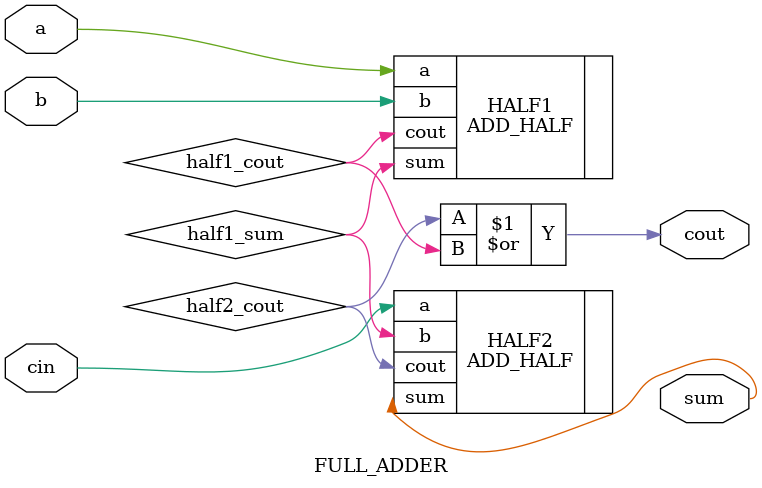
<source format=v>
`timescale 1ns / 1ps

module FULL_ADDER(
    input a,b,cin,
    output cout,sum

);

wire half1_cout, half1_sum, half2_cout;

ADD_HALF HALF1(
.cout(half1_cout),
.sum(half1_sum),
.a(a),
.b(b)
);

ADD_HALF HALF2(
.cout(half2_cout),
.sum(sum),
.a(cin),
.b(half1_sum)
);

//for the carry out of both half adders
or(cout, half2_cout, half1_cout);

endmodule

</source>
